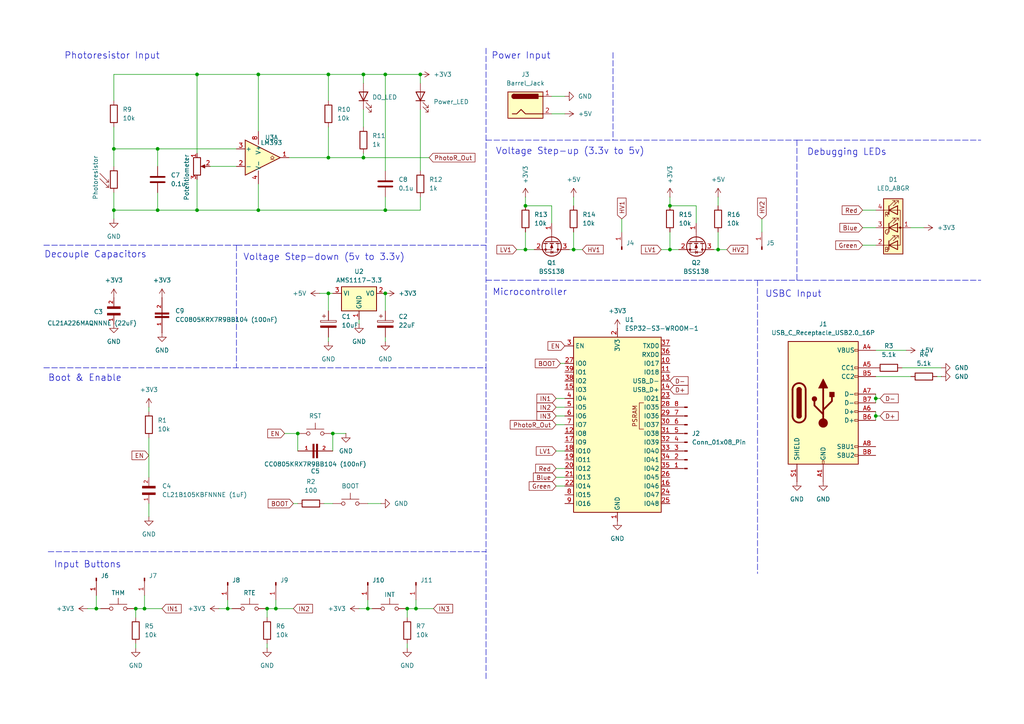
<source format=kicad_sch>
(kicad_sch (version 20250114) (generator "eeschema") (generator_version "9.0")
  (paper "A4")
  (title_block (title "Champaign Bus Tracker PCB") (date "2025-10-02") (rev "0") (company "University of Illinois Urbana-Champaign") (comment 1 "Amber Wilt") (comment 2 "Daniel Vlassov") (comment 3 "Ziad Aldohaim") (comment 4 "2025 Senior Design Project - PCB"))
  (lib_symbols
    (symbol "CC0805KRX7R9BB104:CC0805KRX7R9BB104" (pin_names (offset 1.016))
      (property "Reference" "C9" (at 1.2691 -3.81 90))
      (property "Value" "CC0805KRX7R9BB104" (at -1.2709 -3.81 90))
      (symbol "CC0805KRX7R9BB104_0_0"
        (pin passive line (at -5.08 0 0) (length 5.08) (name "~") (number "1"))
        (pin passive line (at 5.08 0 180) (length 5.08) (name "~") (number "2"))
      )
    )
    (symbol "CL21A226MAQNNNE:CL21A226MAQNNNE" (pin_names (offset 1.016))
      (property "Reference" "C" (at 0 3.8109 0))
      (property "Value" "CL21A226MAQNNNE" (at 0 -5.0885 0))
      (symbol "CL21A226MAQNNNE_0_0"
        (pin passive line (at -2.54 0 0) (length 2.54) (name "~") (number "1"))
        (pin passive line (at 5.08 0 180) (length 2.54) (name "~") (number "2"))
      )
    )
    (symbol "CL21B105KBFNNNE:CL21B105KBFNNNE" (pin_names (offset 1.016))
      (property "Reference" "C" (at 0 3.8109 0))
      (property "Value" "CL21B105KBFNNNE" (at 0 -5.0885 0))
      (symbol "CL21B105KBFNNNE_0_0"
        (pin passive line (at -2.54 0 0) (length 2.54) (name "~") (number "1"))
        (pin passive line (at 5.08 0 180) (length 2.54) (name "~") (number "2"))
      )
    )
    (symbol "Comparator:LM393" (pin_names (offset 0.127))
      (property "Reference" "U" (at 3.81 3.81 0))
      (property "Value" "LM393" (at 6.35 -3.81 0))
      (symbol "LM393_1_1"
        (pin input line (at -7.62 2.54 0) (length 2.54) (name "+") (number "3"))
        (pin input line (at -7.62 -2.54 0) (length 2.54) (name "-") (number "2"))
        (pin open_collector line (at 7.62 0 180) (length 2.54) (name "~") (number "1"))
      )
      (symbol "LM393_2_1"
        (pin input line (at -7.62 2.54 0) (length 2.54) (name "+") (number "5"))
        (pin input line (at -7.62 -2.54 0) (length 2.54) (name "-") (number "6"))
        (pin open_collector line (at 7.62 0 180) (length 2.54) (name "~") (number "7"))
      )
      (symbol "LM393_3_1"
        (pin power_in line (at -2.54 7.62 270) (length 3.81) (name "V+") (number "8"))
        (pin power_in line (at -2.54 -7.62 90) (length 3.81) (name "V-") (number "4"))
      )
    )
    (symbol "Connector:Barrel_Jack" (pin_names (offset 1.016))
      (property "Reference" "J" (at 0 5.334 0))
      (property "Value" "Barrel_Jack" (at 0 -5.08 0))
      (symbol "Barrel_Jack_1_1"
        (pin passive line (at 7.62 2.54 180) (length 2.54) (name "~") (number "1"))
        (pin passive line (at 7.62 -2.54 180) (length 2.54) (name "~") (number "2"))
      )
    )
    (symbol "Connector:Conn_01x01_Pin" (pin_names (offset 1.016) (hide yes))
      (property "Reference" "J" (at 0 2.54 0))
      (property "Value" "Conn_01x01_Pin" (at 0 -2.54 0))
      (symbol "Conn_01x01_Pin_1_1"
        (pin passive line (at 5.08 0 180) (length 3.81) (name "Pin_1") (number "1"))
      )
    )
    (symbol "Connector:Conn_01x08_Pin" (pin_names (offset 1.016) (hide yes))
      (property "Reference" "J" (at 0 10.16 0))
      (property "Value" "Conn_01x08_Pin" (at 0 -12.7 0))
      (symbol "Conn_01x08_Pin_1_1"
        (pin passive line (at 5.08 7.62 180) (length 3.81) (name "Pin_1") (number "1"))
        (pin passive line (at 5.08 5.08 180) (length 3.81) (name "Pin_2") (number "2"))
        (pin passive line (at 5.08 2.54 180) (length 3.81) (name "Pin_3") (number "3"))
        (pin passive line (at 5.08 0 180) (length 3.81) (name "Pin_4") (number "4"))
        (pin passive line (at 5.08 -2.54 180) (length 3.81) (name "Pin_5") (number "5"))
        (pin passive line (at 5.08 -5.08 180) (length 3.81) (name "Pin_6") (number "6"))
        (pin passive line (at 5.08 -7.62 180) (length 3.81) (name "Pin_7") (number "7"))
        (pin passive line (at 5.08 -10.16 180) (length 3.81) (name "Pin_8") (number "8"))
      )
    )
    (symbol "Connector:USB_C_Receptacle_USB2.0_16P" (pin_names (offset 1.016))
      (property "Reference" "J" (at 0 22.225 0))
      (property "Value" "USB_C_Receptacle_USB2.0_16P" (at 0 19.685 0))
      (symbol "USB_C_Receptacle_USB2.0_16P_1_1"
        (pin passive line (at -7.62 -22.86 90) (length 5.08) (name "SHIELD") (number "S1"))
        (pin passive line (at 0 -22.86 90) (length 5.08) (name "GND") (number "A1"))
        (pin passive line (at 0 -22.86 90) (length 5.08) (hide yes) (name "GND") (number "A12"))
        (pin passive line (at 0 -22.86 90) (length 5.08) (hide yes) (name "GND") (number "B1"))
        (pin passive line (at 0 -22.86 90) (length 5.08) (hide yes) (name "GND") (number "B12"))
        (pin passive line (at 15.24 15.24 180) (length 5.08) (name "VBUS") (number "A4"))
        (pin passive line (at 15.24 15.24 180) (length 5.08) (hide yes) (name "VBUS") (number "A9"))
        (pin passive line (at 15.24 15.24 180) (length 5.08) (hide yes) (name "VBUS") (number "B4"))
        (pin passive line (at 15.24 15.24 180) (length 5.08) (hide yes) (name "VBUS") (number "B9"))
        (pin bidirectional line (at 15.24 10.16 180) (length 5.08) (name "CC1") (number "A5"))
        (pin bidirectional line (at 15.24 7.62 180) (length 5.08) (name "CC2") (number "B5"))
        (pin bidirectional line (at 15.24 2.54 180) (length 5.08) (name "D-") (number "A7"))
        (pin bidirectional line (at 15.24 0 180) (length 5.08) (name "D-") (number "B7"))
        (pin bidirectional line (at 15.24 -2.54 180) (length 5.08) (name "D+") (number "A6"))
        (pin bidirectional line (at 15.24 -5.08 180) (length 5.08) (name "D+") (number "B6"))
        (pin bidirectional line (at 15.24 -12.7 180) (length 5.08) (name "SBU1") (number "A8"))
        (pin bidirectional line (at 15.24 -15.24 180) (length 5.08) (name "SBU2") (number "B8"))
      )
    )
    (symbol "Device:C" (pin_numbers (hide yes)) (pin_names (offset 0.254))
      (property "Reference" "C" (at 0.635 2.54 0))
      (property "Value" "C" (at 0.635 -2.54 0))
      (symbol "C_1_1"
        (pin passive line (at 0 3.81 270) (length 2.794) (name "~") (number "1"))
        (pin passive line (at 0 -3.81 90) (length 2.794) (name "~") (number "2"))
      )
    )
    (symbol "Device:C_Polarized" (pin_numbers (hide yes)) (pin_names (offset 0.254))
      (property "Reference" "C" (at 0.635 2.54 0))
      (property "Value" "C_Polarized" (at 0.635 -2.54 0))
      (symbol "C_Polarized_1_1"
        (pin passive line (at 0 3.81 270) (length 2.794) (name "~") (number "1"))
        (pin passive line (at 0 -3.81 90) (length 2.794) (name "~") (number "2"))
      )
    )
    (symbol "Device:LED" (pin_numbers (hide yes)) (pin_names (offset 1.016) (hide yes))
      (property "Reference" "D" (at 0 2.54 0))
      (property "Value" "LED" (at 0 -2.54 0))
      (symbol "LED_1_1"
        (pin passive line (at -3.81 0 0) (length 2.54) (name "K") (number "1"))
        (pin passive line (at 3.81 0 180) (length 2.54) (name "A") (number "2"))
      )
    )
    (symbol "Device:LED_ABGR" (pin_names (offset 0) (hide yes))
      (property "Reference" "D" (at 0 9.398 0))
      (property "Value" "LED_ABGR" (at 0 -8.89 0))
      (symbol "LED_ABGR_0_0"
        (text "R" (at -1.905 3.81 0) (effects (font (size 1.27 1.27))))
        (text "G" (at -1.905 -1.27 0) (effects (font (size 1.27 1.27))))
        (text "B" (at -1.905 -6.35 0) (effects (font (size 1.27 1.27))))
      )
      (symbol "LED_ABGR_1_1"
        (pin passive line (at -5.08 5.08 0) (length 2.54) (name "RK") (number "4"))
        (pin passive line (at -5.08 0 0) (length 2.54) (name "GK") (number "3"))
        (pin passive line (at -5.08 -5.08 0) (length 2.54) (name "BK") (number "2"))
        (pin passive line (at 5.08 0 180) (length 2.54) (name "A") (number "1"))
      )
    )
    (symbol "Device:R" (pin_numbers (hide yes)) (pin_names (offset 0))
      (property "Reference" "R" (at 2.032 0 90))
      (property "Value" "R" (at 0 0 90))
      (symbol "R_1_1"
        (pin passive line (at 0 3.81 270) (length 1.27) (name "~") (number "1"))
        (pin passive line (at 0 -3.81 90) (length 1.27) (name "~") (number "2"))
      )
    )
    (symbol "Device:R_Photo" (pin_numbers (hide yes)) (pin_names (offset 0))
      (property "Reference" "R" (at 1.27 1.27 0))
      (property "Value" "R_Photo" (at 1.27 0 0))
      (symbol "R_Photo_1_1"
        (pin passive line (at 0 3.81 270) (length 1.27) (name "~") (number "1"))
        (pin passive line (at 0 -3.81 90) (length 1.27) (name "~") (number "2"))
      )
    )
    (symbol "Device:R_Potentiometer" (pin_names (offset 1.016) (hide yes))
      (property "Reference" "RV" (at -4.445 0 90))
      (property "Value" "R_Potentiometer" (at -2.54 0 90))
      (symbol "R_Potentiometer_1_1"
        (pin passive line (at 0 3.81 270) (length 1.27) (name "1") (number "1"))
        (pin passive line (at 0 -3.81 90) (length 1.27) (name "3") (number "3"))
        (pin passive line (at 3.81 0 180) (length 1.27) (name "2") (number "2"))
      )
    )
    (symbol "RF_Module:ESP32-S3-WROOM-1"
      (property "Reference" "U" (at -12.7 26.67 0))
      (property "Value" "ESP32-S3-WROOM-1" (at 12.7 26.67 0))
      (symbol "ESP32-S3-WROOM-1_0_0"
        (text "PSRAM" (at 5.08 2.54 900) (effects (font (size 1.27 1.27))))
      )
      (symbol "ESP32-S3-WROOM-1_1_1"
        (pin input line (at -15.24 22.86 0) (length 2.54) (name "EN") (number "3"))
        (pin bidirectional line (at -15.24 17.78 0) (length 2.54) (name "IO0") (number "27"))
        (pin bidirectional line (at -15.24 15.24 0) (length 2.54) (name "IO1") (number "39"))
        (pin bidirectional line (at -15.24 12.7 0) (length 2.54) (name "IO2") (number "38"))
        (pin bidirectional line (at -15.24 10.16 0) (length 2.54) (name "IO3") (number "15"))
        (pin bidirectional line (at -15.24 7.62 0) (length 2.54) (name "IO4") (number "4"))
        (pin bidirectional line (at -15.24 5.08 0) (length 2.54) (name "IO5") (number "5"))
        (pin bidirectional line (at -15.24 2.54 0) (length 2.54) (name "IO6") (number "6"))
        (pin bidirectional line (at -15.24 0 0) (length 2.54) (name "IO7") (number "7"))
        (pin bidirectional line (at -15.24 -2.54 0) (length 2.54) (name "IO8") (number "12"))
        (pin bidirectional line (at -15.24 -5.08 0) (length 2.54) (name "IO9") (number "17"))
        (pin bidirectional line (at -15.24 -7.62 0) (length 2.54) (name "IO10") (number "18"))
        (pin bidirectional line (at -15.24 -10.16 0) (length 2.54) (name "IO11") (number "19"))
        (pin bidirectional line (at -15.24 -12.7 0) (length 2.54) (name "IO12") (number "20"))
        (pin bidirectional line (at -15.24 -15.24 0) (length 2.54) (name "IO13") (number "21"))
        (pin bidirectional line (at -15.24 -17.78 0) (length 2.54) (name "IO14") (number "22"))
        (pin bidirectional line (at -15.24 -20.32 0) (length 2.54) (name "IO15") (number "8"))
        (pin bidirectional line (at -15.24 -22.86 0) (length 2.54) (name "IO16") (number "9"))
        (pin power_in line (at 0 27.94 270) (length 2.54) (name "3V3") (number "2"))
        (pin power_in line (at 0 -27.94 90) (length 2.54) (name "GND") (number "1"))
        (pin passive line (at 0 -27.94 90) (length 2.54) (hide yes) (name "GND") (number "40"))
        (pin passive line (at 0 -27.94 90) (length 2.54) (hide yes) (name "GND") (number "41"))
        (pin bidirectional line (at 15.24 22.86 180) (length 2.54) (name "TXD0") (number "37"))
        (pin bidirectional line (at 15.24 20.32 180) (length 2.54) (name "RXD0") (number "36"))
        (pin bidirectional line (at 15.24 17.78 180) (length 2.54) (name "IO17") (number "10"))
        (pin bidirectional line (at 15.24 15.24 180) (length 2.54) (name "IO18") (number "11"))
        (pin bidirectional line (at 15.24 12.7 180) (length 2.54) (name "USB_D-") (number "13"))
        (pin bidirectional line (at 15.24 10.16 180) (length 2.54) (name "USB_D+") (number "14"))
        (pin bidirectional line (at 15.24 7.62 180) (length 2.54) (name "IO21") (number "23"))
        (pin bidirectional line (at 15.24 5.08 180) (length 2.54) (name "IO35") (number "28"))
        (pin bidirectional line (at 15.24 2.54 180) (length 2.54) (name "IO36") (number "29"))
        (pin bidirectional line (at 15.24 0 180) (length 2.54) (name "IO37") (number "30"))
        (pin bidirectional line (at 15.24 -2.54 180) (length 2.54) (name "IO38") (number "31"))
        (pin bidirectional line (at 15.24 -5.08 180) (length 2.54) (name "IO39") (number "32"))
        (pin bidirectional line (at 15.24 -7.62 180) (length 2.54) (name "IO40") (number "33"))
        (pin bidirectional line (at 15.24 -10.16 180) (length 2.54) (name "IO41") (number "34"))
        (pin bidirectional line (at 15.24 -12.7 180) (length 2.54) (name "IO42") (number "35"))
        (pin bidirectional line (at 15.24 -15.24 180) (length 2.54) (name "IO45") (number "26"))
        (pin bidirectional line (at 15.24 -17.78 180) (length 2.54) (name "IO46") (number "16"))
        (pin bidirectional line (at 15.24 -20.32 180) (length 2.54) (name "IO47") (number "24"))
        (pin bidirectional line (at 15.24 -22.86 180) (length 2.54) (name "IO48") (number "25"))
      )
    )
    (symbol "Regulator_Linear:AMS1117-3.3"
      (property "Reference" "U" (at -3.81 3.175 0))
      (property "Value" "AMS1117-3.3" (at 0 3.175 0))
      (symbol "AMS1117-3.3_1_1"
        (pin power_in line (at -7.62 0 0) (length 2.54) (name "VI") (number "3"))
        (pin power_in line (at 0 -7.62 90) (length 2.54) (name "GND") (number "1"))
        (pin power_out line (at 7.62 0 180) (length 2.54) (name "VO") (number "2"))
      )
    )
    (symbol "Switch:SW_Push" (pin_numbers (hide yes)) (pin_names (offset 1.016) (hide yes))
      (property "Reference" "SW" (at 1.27 2.54 0))
      (property "Value" "SW_Push" (at 0 -1.524 0))
      (symbol "SW_Push_0_1"
        (pin passive line (at -5.08 0 0) (length 2.54) (name "1") (number "1"))
        (pin passive line (at 5.08 0 180) (length 2.54) (name "2") (number "2"))
      )
    )
    (symbol "Transistor_FET:BSS138" (pin_names (offset 0) (hide yes))
      (property "Reference" "Q" (at 5.08 1.905 0))
      (property "Value" "BSS138" (at 5.08 0 0))
      (symbol "BSS138_1_1"
        (pin input line (at -5.08 0 0) (length 2.54) (name "G") (number "1"))
        (pin passive line (at 2.54 5.08 270) (length 2.54) (name "D") (number "3"))
        (pin passive line (at 2.54 -5.08 90) (length 2.54) (name "S") (number "2"))
      )
    )
    (symbol "power:+3V3" (power) (pin_numbers (hide yes)) (pin_names (offset 0) (hide yes))
      (property "Value" "+3V3" (at 0 3.556 0))
      (symbol "+3V3_1_1"
        (pin power_in line (at 0 0 90) (length 0) (name "~") (number "1"))
      )
    )
    (symbol "power:+5V" (power) (pin_numbers (hide yes)) (pin_names (offset 0) (hide yes))
      (property "Value" "+5V" (at 0 3.556 0))
      (symbol "+5V_1_1"
        (pin power_in line (at 0 0 90) (length 0) (name "~") (number "1"))
      )
    )
    (symbol "power:GND" (power) (pin_numbers (hide yes)) (pin_names (offset 0) (hide yes))
      (property "Value" "GND" (at 0 -3.81 0))
      (symbol "GND_1_1"
        (pin power_in line (at 0 0 270) (length 0) (name "~") (number "1"))
      )
    )
  )
  (text "Microcontroller\n" (at 153.67 84.836 0) (effects (font (size 1.905 1.905))))
  (text "Input Buttons\n" (at 25.4 163.83 0) (effects (font (size 1.905 1.905))))
  (text "Debugging LEDs\n" (at 245.618 44.196 0) (effects (font (size 1.905 1.905))))
  (text "Power Input\n" (at 151.13 16.256 0) (effects (font (size 1.905 1.905))))
  (text "Voltage Step-down (5v to 3.3v)\n" (at 93.98 74.676 0) (effects (font (size 1.905 1.905))))
  (text "Photoresistor Input\n" (at 32.512 16.256 0) (effects (font (size 1.905 1.905))))
  (text "USBC Input\n" (at 230.124 85.344 0) (effects (font (size 1.905 1.905))))
  (text "Decouple Capacitors\n" (at 27.686 73.914 0) (effects (font (size 1.905 1.905))))
  (text "Voltage Step-up (3.3v to 5v)\n" (at 165.354 43.942 0) (effects (font (size 1.905 1.905))))
  (text "Boot & Enable" (at 24.638 109.728 0) (effects (font (size 1.905 1.905))))
  (junction (at 74.93 60.96))
  (junction (at 95.25 85.09))
  (junction (at 95.25 21.59))
  (junction (at 120.65 176.53))
  (junction (at 77.47 176.53))
  (junction (at 41.91 176.53))
  (junction (at 254 120.65))
  (junction (at 111.76 21.59))
  (junction (at 57.15 21.59))
  (junction (at 74.93 21.59))
  (junction (at 121.92 21.59))
  (junction (at 86.36 125.73))
  (junction (at 194.31 72.39))
  (junction (at 152.4 72.39))
  (junction (at 33.02 60.96))
  (junction (at 166.37 72.39))
  (junction (at 45.72 60.96))
  (junction (at 111.76 85.09))
  (junction (at 95.25 45.72))
  (junction (at 118.11 176.53))
  (junction (at 208.28 72.39))
  (junction (at 105.41 45.72))
  (junction (at 106.68 176.53))
  (junction (at 45.72 43.18))
  (junction (at 152.4 59.69))
  (junction (at 33.02 43.18))
  (junction (at 57.15 60.96))
  (junction (at 39.37 176.53))
  (junction (at 105.41 21.59))
  (junction (at 66.04 176.53))
  (junction (at 254 115.57))
  (junction (at 96.52 125.73))
  (junction (at 194.31 59.69))
  (junction (at 80.01 176.53))
  (junction (at 111.76 60.96))
  (junction (at 27.94 176.53))
  (wire (pts (xy 121.92 24.13) (xy 121.92 21.59)))
  (wire (pts (xy 166.37 57.15) (xy 166.37 59.69)))
  (wire (pts (xy 80.01 176.53) (xy 85.09 176.53)))
  (wire (pts (xy 66.04 173.99) (xy 66.04 176.53)))
  (wire (pts (xy 254 109.22) (xy 264.16 109.22)))
  (wire (pts (xy 57.15 52.07) (xy 57.15 60.96)))
  (wire (pts (xy 27.94 172.72) (xy 27.94 176.53)))
  (polyline (pts (xy 140.97 196.85) (xy 140.97 160.02)) (stroke (width 0) (type dash)))
  (wire (pts (xy 39.37 176.53) (xy 39.37 179.07)))
  (wire (pts (xy 271.78 109.22) (xy 273.05 109.22)))
  (wire (pts (xy 208.28 57.15) (xy 208.28 59.69)))
  (wire (pts (xy 254 115.57) (xy 255.27 115.57)))
  (wire (pts (xy 77.47 176.53) (xy 80.01 176.53)))
  (wire (pts (xy 74.93 60.96) (xy 57.15 60.96)))
  (polyline (pts (xy 231.14 40.64) (xy 231.14 81.28)) (stroke (width 0) (type dash)))
  (wire (pts (xy 41.91 172.72) (xy 41.91 176.53)))
  (wire (pts (xy 45.72 43.18) (xy 68.58 43.18)))
  (wire (pts (xy 43.18 146.05) (xy 43.18 149.86)))
  (polyline (pts (xy 140.97 40.64) (xy 231.14 40.64)) (stroke (width 0) (type dash)))
  (wire (pts (xy 105.41 21.59) (xy 95.25 21.59)))
  (wire (pts (xy 33.02 43.18) (xy 45.72 43.18)))
  (wire (pts (xy 66.04 176.53) (xy 67.31 176.53)))
  (wire (pts (xy 33.02 60.96) (xy 33.02 63.5)))
  (wire (pts (xy 33.02 43.18) (xy 33.02 48.26)))
  (wire (pts (xy 95.25 45.72) (xy 105.41 45.72)))
  (wire (pts (xy 45.72 43.18) (xy 45.72 48.26)))
  (wire (pts (xy 106.68 173.99) (xy 106.68 176.53)))
  (wire (pts (xy 261.62 106.68) (xy 273.05 106.68)))
  (wire (pts (xy 104.14 176.53) (xy 106.68 176.53)))
  (wire (pts (xy 161.29 135.89) (xy 163.83 135.89)))
  (wire (pts (xy 162.56 105.41) (xy 163.83 105.41)))
  (wire (pts (xy 60.96 48.26) (xy 68.58 48.26)))
  (polyline (pts (xy 219.71 81.28) (xy 284.48 81.28)) (stroke (width 0) (type dash)))
  (wire (pts (xy 160.02 33.02) (xy 163.83 33.02)))
  (wire (pts (xy 254 119.38) (xy 254 120.65)))
  (wire (pts (xy 74.93 21.59) (xy 74.93 38.1)))
  (wire (pts (xy 254 120.65) (xy 254 121.92)))
  (wire (pts (xy 254 114.3) (xy 254 115.57)))
  (wire (pts (xy 254 101.6) (xy 262.89 101.6)))
  (wire (pts (xy 95.25 45.72) (xy 95.25 36.83)))
  (wire (pts (xy 82.55 125.73) (xy 86.36 125.73)))
  (wire (pts (xy 264.16 66.04) (xy 267.97 66.04)))
  (wire (pts (xy 33.02 21.59) (xy 57.15 21.59)))
  (wire (pts (xy 41.91 176.53) (xy 46.99 176.53)))
  (wire (pts (xy 96.52 125.73) (xy 100.33 125.73)))
  (wire (pts (xy 121.92 60.96) (xy 111.76 60.96)))
  (wire (pts (xy 161.29 140.97) (xy 163.83 140.97)))
  (wire (pts (xy 120.65 173.99) (xy 120.65 176.53)))
  (wire (pts (xy 180.34 63.5) (xy 180.34 67.31)))
  (wire (pts (xy 194.31 67.31) (xy 194.31 72.39)))
  (wire (pts (xy 201.93 64.77) (xy 201.93 59.69)))
  (wire (pts (xy 250.19 66.04) (xy 254 66.04)))
  (polyline (pts (xy 140.97 81.28) (xy 219.71 81.28)) (stroke (width 0) (type dash)))
  (wire (pts (xy 254 115.57) (xy 254 116.84)))
  (wire (pts (xy 57.15 21.59) (xy 74.93 21.59)))
  (wire (pts (xy 160.02 64.77) (xy 160.02 59.69)))
  (polyline (pts (xy 12.7 106.68) (xy 140.97 106.68)) (stroke (width 0) (type dash)))
  (wire (pts (xy 92.71 85.09) (xy 95.25 85.09)))
  (wire (pts (xy 152.4 72.39) (xy 154.94 72.39)))
  (wire (pts (xy 250.19 60.96) (xy 254 60.96)))
  (wire (pts (xy 118.11 176.53) (xy 120.65 176.53)))
  (wire (pts (xy 57.15 21.59) (xy 57.15 44.45)))
  (wire (pts (xy 105.41 24.13) (xy 105.41 21.59)))
  (polyline (pts (xy 140.97 106.68) (xy 140.97 160.02)) (stroke (width 0) (type dash)))
  (wire (pts (xy 220.98 63.5) (xy 220.98 67.31)))
  (wire (pts (xy 77.47 176.53) (xy 77.47 179.07)))
  (wire (pts (xy 152.4 57.15) (xy 152.4 59.69)))
  (polyline (pts (xy 12.7 71.12) (xy 68.58 71.12)) (stroke (width 0) (type dash)))
  (polyline (pts (xy 140.97 71.12) (xy 140.97 106.68)) (stroke (width 0) (type dash)))
  (wire (pts (xy 201.93 59.69) (xy 194.31 59.69)))
  (wire (pts (xy 161.29 115.57) (xy 163.83 115.57)))
  (polyline (pts (xy 68.58 71.12) (xy 68.58 106.68)) (stroke (width 0) (type dash)))
  (wire (pts (xy 39.37 176.53) (xy 41.91 176.53)))
  (wire (pts (xy 166.37 67.31) (xy 166.37 72.39)))
  (wire (pts (xy 85.09 146.05) (xy 86.36 146.05)))
  (wire (pts (xy 33.02 36.83) (xy 33.02 43.18)))
  (wire (pts (xy 161.29 130.81) (xy 163.83 130.81)))
  (wire (pts (xy 95.25 85.09) (xy 95.25 90.17)))
  (wire (pts (xy 161.29 123.19) (xy 163.83 123.19)))
  (wire (pts (xy 161.29 138.43) (xy 163.83 138.43)))
  (wire (pts (xy 208.28 72.39) (xy 207.01 72.39)))
  (wire (pts (xy 166.37 72.39) (xy 165.1 72.39)))
  (wire (pts (xy 111.76 21.59) (xy 111.76 49.53)))
  (wire (pts (xy 80.01 173.99) (xy 80.01 176.53)))
  (wire (pts (xy 194.31 72.39) (xy 196.85 72.39)))
  (wire (pts (xy 45.72 60.96) (xy 33.02 60.96)))
  (polyline (pts (xy 177.8 15.24) (xy 177.8 40.64)) (stroke (width 0) (type dash)))
  (wire (pts (xy 95.25 97.79) (xy 95.25 99.06)))
  (wire (pts (xy 120.65 176.53) (xy 125.73 176.53)))
  (wire (pts (xy 86.36 125.73) (xy 86.36 130.81)))
  (wire (pts (xy 111.76 21.59) (xy 105.41 21.59)))
  (wire (pts (xy 152.4 67.31) (xy 152.4 72.39)))
  (wire (pts (xy 43.18 127) (xy 43.18 138.43)))
  (wire (pts (xy 111.76 90.17) (xy 111.76 85.09)))
  (wire (pts (xy 121.92 57.15) (xy 121.92 60.96)))
  (wire (pts (xy 161.29 120.65) (xy 163.83 120.65)))
  (wire (pts (xy 27.94 176.53) (xy 29.21 176.53)))
  (wire (pts (xy 104.14 92.71) (xy 104.14 93.98)))
  (wire (pts (xy 121.92 21.59) (xy 111.76 21.59)))
  (polyline (pts (xy 231.14 40.64) (xy 284.48 40.64)) (stroke (width 0) (type dash)))
  (wire (pts (xy 43.18 118.11) (xy 43.18 119.38)))
  (wire (pts (xy 254 120.65) (xy 255.27 120.65)))
  (wire (pts (xy 194.31 57.15) (xy 194.31 59.69)))
  (wire (pts (xy 45.72 55.88) (xy 45.72 60.96)))
  (wire (pts (xy 111.76 57.15) (xy 111.76 60.96)))
  (wire (pts (xy 208.28 67.31) (xy 208.28 72.39)))
  (wire (pts (xy 106.68 176.53) (xy 107.95 176.53)))
  (wire (pts (xy 121.92 31.75) (xy 121.92 49.53)))
  (wire (pts (xy 191.77 72.39) (xy 194.31 72.39)))
  (polyline (pts (xy 140.97 13.97) (xy 140.97 71.12)) (stroke (width 0) (type dash)))
  (wire (pts (xy 105.41 44.45) (xy 105.41 45.72)))
  (wire (pts (xy 161.29 118.11) (xy 163.83 118.11)))
  (wire (pts (xy 166.37 72.39) (xy 168.91 72.39)))
  (wire (pts (xy 160.02 59.69) (xy 152.4 59.69)))
  (polyline (pts (xy 219.71 81.28) (xy 219.71 166.37)) (stroke (width 0) (type dash)))
  (wire (pts (xy 208.28 72.39) (xy 210.82 72.39)))
  (wire (pts (xy 105.41 31.75) (xy 105.41 36.83)))
  (wire (pts (xy 105.41 45.72) (xy 124.46 45.72)))
  (wire (pts (xy 74.93 21.59) (xy 95.25 21.59)))
  (wire (pts (xy 57.15 60.96) (xy 45.72 60.96)))
  (wire (pts (xy 33.02 55.88) (xy 33.02 60.96)))
  (wire (pts (xy 250.19 71.12) (xy 254 71.12)))
  (wire (pts (xy 96.52 125.73) (xy 96.52 130.81)))
  (polyline (pts (xy 68.58 71.12) (xy 140.97 71.12)) (stroke (width 0) (type dash)))
  (wire (pts (xy 39.37 186.69) (xy 39.37 187.96)))
  (wire (pts (xy 74.93 53.34) (xy 74.93 60.96)))
  (wire (pts (xy 77.47 186.69) (xy 77.47 187.96)))
  (wire (pts (xy 33.02 29.21) (xy 33.02 21.59)))
  (wire (pts (xy 149.86 72.39) (xy 152.4 72.39)))
  (polyline (pts (xy 13.97 160.02) (xy 140.97 160.02)) (stroke (width 0) (type dash)))
  (wire (pts (xy 118.11 186.69) (xy 118.11 187.96)))
  (wire (pts (xy 118.11 176.53) (xy 118.11 179.07)))
  (wire (pts (xy 106.68 146.05) (xy 110.49 146.05)))
  (wire (pts (xy 95.25 85.09) (xy 96.52 85.09)))
  (wire (pts (xy 111.76 97.79) (xy 111.76 99.06)))
  (wire (pts (xy 25.4 176.53) (xy 27.94 176.53)))
  (wire (pts (xy 95.25 21.59) (xy 95.25 29.21)))
  (wire (pts (xy 111.76 60.96) (xy 74.93 60.96)))
  (wire (pts (xy 93.98 146.05) (xy 96.52 146.05)))
  (wire (pts (xy 63.5 176.53) (xy 66.04 176.53)))
  (wire (pts (xy 83.82 45.72) (xy 95.25 45.72)))
  (wire (pts (xy 160.02 27.94) (xy 163.83 27.94)))
  (global_label "EN" (shape input) (at 163.83 100.33 180) (property "Intersheetrefs" "${INTERSHEET_REFS}" (effects (hide yes))))
  (global_label "IN1" (shape input) (at 161.29 115.57 180) (property "Intersheetrefs" "${INTERSHEET_REFS}" (effects (hide yes))))
  (global_label "BOOT" (shape input) (at 85.09 146.05 180) (property "Intersheetrefs" "${INTERSHEET_REFS}" (effects (hide yes))))
  (global_label "LV1" (shape input) (at 161.29 130.81 180) (property "Intersheetrefs" "${INTERSHEET_REFS}" (effects (hide yes))))
  (global_label "D+" (shape input) (at 255.27 120.65 0) (property "Intersheetrefs" "${INTERSHEET_REFS}" (effects (hide yes))))
  (global_label "D-" (shape input) (at 255.27 115.57 0) (property "Intersheetrefs" "${INTERSHEET_REFS}" (effects (hide yes))))
  (global_label "Blue" (shape input) (at 250.19 66.04 180) (property "Intersheetrefs" "${INTERSHEET_REFS}" (effects (hide yes))))
  (global_label "PhotoR_Out" (shape input) (at 161.29 123.19 180) (property "Intersheetrefs" "${INTERSHEET_REFS}" (effects (hide yes))))
  (global_label "IN2" (shape input) (at 85.09 176.53 0) (property "Intersheetrefs" "${INTERSHEET_REFS}" (effects (hide yes))))
  (global_label "D-" (shape input) (at 194.31 110.49 0) (property "Intersheetrefs" "${INTERSHEET_REFS}" (effects (hide yes))))
  (global_label "HV2" (shape input) (at 220.98 63.5 90) (property "Intersheetrefs" "${INTERSHEET_REFS}" (effects (hide yes))))
  (global_label "PhotoR_Out" (shape input) (at 124.46 45.72 0) (property "Intersheetrefs" "${INTERSHEET_REFS}" (effects (hide yes))))
  (global_label "HV1" (shape input) (at 180.34 63.5 90) (property "Intersheetrefs" "${INTERSHEET_REFS}" (effects (hide yes))))
  (global_label "Red" (shape input) (at 161.29 135.89 180) (property "Intersheetrefs" "${INTERSHEET_REFS}" (effects (hide yes))))
  (global_label "D+" (shape input) (at 194.31 113.03 0) (property "Intersheetrefs" "${INTERSHEET_REFS}" (effects (hide yes))))
  (global_label "EN" (shape input) (at 82.55 125.73 180) (property "Intersheetrefs" "${INTERSHEET_REFS}" (effects (hide yes))))
  (global_label "Green" (shape input) (at 161.29 140.97 180) (property "Intersheetrefs" "${INTERSHEET_REFS}" (effects (hide yes))))
  (global_label "Green" (shape input) (at 250.19 71.12 180) (property "Intersheetrefs" "${INTERSHEET_REFS}" (effects (hide yes))))
  (global_label "LV1" (shape input) (at 149.86 72.39 180) (property "Intersheetrefs" "${INTERSHEET_REFS}" (effects (hide yes))))
  (global_label "HV2" (shape input) (at 210.82 72.39 0) (property "Intersheetrefs" "${INTERSHEET_REFS}" (effects (hide yes))))
  (global_label "IN2" (shape input) (at 161.29 118.11 180) (property "Intersheetrefs" "${INTERSHEET_REFS}" (effects (hide yes))))
  (global_label "Red" (shape input) (at 250.19 60.96 180) (property "Intersheetrefs" "${INTERSHEET_REFS}" (effects (hide yes))))
  (global_label "Blue" (shape input) (at 161.29 138.43 180) (property "Intersheetrefs" "${INTERSHEET_REFS}" (effects (hide yes))))
  (global_label "IN3" (shape input) (at 125.73 176.53 0) (property "Intersheetrefs" "${INTERSHEET_REFS}" (effects (hide yes))))
  (global_label "IN3" (shape input) (at 161.29 120.65 180) (property "Intersheetrefs" "${INTERSHEET_REFS}" (effects (hide yes))))
  (global_label "HV1" (shape input) (at 168.91 72.39 0) (property "Intersheetrefs" "${INTERSHEET_REFS}" (effects (hide yes))))
  (global_label "IN1" (shape input) (at 46.99 176.53 0) (property "Intersheetrefs" "${INTERSHEET_REFS}" (effects (hide yes))))
  (global_label "BOOT" (shape input) (at 162.56 105.41 180) (property "Intersheetrefs" "${INTERSHEET_REFS}" (effects (hide yes))))
  (global_label "EN" (shape input) (at 43.18 132.08 180) (property "Intersheetrefs" "${INTERSHEET_REFS}" (effects (hide yes))))
  (global_label "LV1" (shape input) (at 191.77 72.39 180) (property "Intersheetrefs" "${INTERSHEET_REFS}" (effects (hide yes))))
  (symbol (lib_id "Device:C_Polarized") (at 111.76 93.98 0) (unit 1)
    (property "Reference" "C2" (at 115.57 91.8209 0) (effects (justify left)))
    (property "Value" "22uF" (at 115.57 94.3609 0) (effects (justify left)))
    (property "Description" "Polarized capacitor" (effects (hide yes)))
  )
  (symbol (lib_id "Device:R_Photo") (at 33.02 52.07 0) (unit 1)
    (property "Reference" "R8" (effects (hide yes)))
    (property "Value" "Photoresistor" (at 27.686 57.912 90) (effects (justify left)))
    (property "Description" "Photoresistor" (effects (hide yes)))
  )
  (symbol (lib_id "Switch:SW_Push") (at 101.6 146.05 0) (unit 1)
    (property "Reference" "BOOT" (at 101.6 140.97 0))
    (property "Value" "SW_Push" (effects (hide yes)))
    (property "Footprint" "Button_Switch_THT:SW_PUSH_6mm" (effects (hide yes)))
    (property "Description" "Push button switch, generic, two pins" (effects (hide yes)))
  )
  (symbol (lib_id "power:GND") (at 238.76 139.7 0) (unit 1)
    (property "Reference" "#PWR018" (effects (hide yes)))
    (property "Value" "GND" (at 238.76 144.78 0))
    (property "Description" "Power symbol creates a global label with name \"GND\" , ground" (effects (hide yes)))
  )
  (symbol (lib_id "Device:R") (at 39.37 182.88 0) (unit 1)
    (property "Reference" "R5" (at 41.91 181.6099 0) (effects (justify left)))
    (property "Value" "10k" (at 41.91 184.1499 0) (effects (justify left)))
    (property "Footprint" "Resistor_SMD:R_0805_2012Metric" (effects (hide yes)))
    (property "Description" "Resistor" (effects (hide yes)))
  )
  (symbol (lib_id "Device:LED") (at 121.92 27.94 90) (unit 1)
    (property "Reference" "Power_LED" (at 125.73 29.5274 90) (effects (justify right)))
    (property "Value" "LED" (effects (hide yes)))
    (property "Description" "Light emitting diode" (effects (hide yes)))
    (property "Sim.Pins" "1=K 2=A" (effects (hide yes)))
  )
  (symbol (lib_id "Connector:Conn_01x01_Pin") (at 27.94 167.64 270) (unit 1)
    (property "Reference" "J6" (at 29.21 167.0049 90) (effects (justify left)))
    (property "Value" "Conn_01x01_Pin" (effects (hide yes)))
    (property "Description" "Generic connector, single row, 01x01, script generated" (effects (hide yes)))
  )
  (symbol (lib_id "Connector:Barrel_Jack") (at 152.4 30.48 0) (unit 1)
    (property "Reference" "J3" (at 152.4 21.59 0))
    (property "Value" "Barrel_Jack" (at 152.4 24.13 0))
    (property "Description" "DC Barrel Jack" (effects (hide yes)))
  )
  (symbol (lib_id "Device:C") (at 45.72 52.07 0) (unit 1)
    (property "Reference" "C7" (at 49.53 50.7999 0) (effects (justify left)))
    (property "Value" "0.1u" (at 49.53 53.3399 0) (effects (justify left)))
    (property "Description" "Unpolarized capacitor" (effects (hide yes)))
  )
  (symbol (lib_id "power:+5V") (at 92.71 85.09 90) (unit 1)
    (property "Reference" "#PWR04" (effects (hide yes)))
    (property "Value" "+5V" (at 88.9 85.0899 90) (effects (justify left)))
    (property "Description" "Power symbol creates a global label with name \"+5V\"" (effects (hide yes)))
  )
  (symbol (lib_id "power:GND") (at 111.76 99.06 0) (unit 1)
    (property "Reference" "#PWR07" (effects (hide yes)))
    (property "Value" "GND" (at 111.76 104.14 0))
    (property "Description" "Power symbol creates a global label with name \"GND\" , ground" (effects (hide yes)))
  )
  (symbol (lib_id "CL21A226MAQNNNE:CL21A226MAQNNNE") (at 33.02 91.44 90) (unit 1)
    (property "Reference" "C3" (at 27.178 90.424 90) (effects (justify right)))
    (property "Value" "CL21A226MAQNNNE (22uF)" (at 13.716 93.726 90) (effects (justify right)))
    (property "Footprint" "CL21A226MAQNNNE:CAPC2012X140N" (effects (hide yes)))
    (property "L1_min" "0.2" (effects (hide yes)))
    (property "Check_prices" "https://www.snapeda.com/parts/CL21A226MAQNNNE/Samsung/view-part/?ref=eda" (effects (hide yes)))
    (property "Package" "SMD-2 Samsung" (effects (hide yes)))
    (property "SnapEDA_Link" "https://www.snapeda.com/parts/CL21A226MAQNNNE/Samsung/view-part/?ref=snap" (effects (hide yes)))
    (property "STANDARD" "IPC 7351B" (effects (hide yes)))
    (property "E_min" "1.1" (effects (hide yes)))
    (property "MF" "Samsung" (effects (hide yes)))
    (property "D_min" "1.85" (effects (hide yes)))
    (property "D_nom" "2.0" (effects (hide yes)))
    (property "L_min" "0.2" (effects (hide yes)))
    (property "E_max" "1.4" (effects (hide yes)))
    (property "L_max" "0.7" (effects (hide yes)))
    (property "A_max" "1.4" (effects (hide yes)))
    (property "L1_nom" "0.5" (effects (hide yes)))
    (property "Description_1" "22 µF ±20% 25V Ceramic Capacitor X5R 0805 (2012 Metric)" (effects (hide yes)))
    (property "D_max" "2.15" (effects (hide yes)))
    (property "A_nom" "1.4" (effects (hide yes)))
    (property "L1_max" "0.7" (effects (hide yes)))
    (property "A_min" "1.4" (effects (hide yes)))
    (property "Availability" "In Stock" (effects (hide yes)))
    (property "MP" "CL21A226MAQNNNE" (effects (hide yes)))
    (property "E_nom" "1.25" (effects (hide yes)))
    (property "MANUFACTURER" "Samsung" (effects (hide yes)))
    (property "Price" "None" (effects (hide yes)))
    (property "L_nom" "0.5" (effects (hide yes)))
  )
  (symbol (lib_id "Device:R") (at 121.92 53.34 0) (unit 1)
    (property "Reference" "R12" (at 124.46 52.0699 0) (effects (justify left)))
    (property "Value" "1k" (at 124.46 54.6099 0) (effects (justify left)))
    (property "Footprint" "Resistor_SMD:R_0805_2012Metric" (effects (hide yes)))
    (property "Description" "Resistor" (effects (hide yes)))
  )
  (symbol (lib_id "power:+5V") (at 262.89 101.6 270) (unit 1)
    (property "Reference" "#PWR020" (effects (hide yes)))
    (property "Value" "+5V" (at 266.7 101.5999 90) (effects (justify left)))
    (property "Description" "Power symbol creates a global label with name \"+5V\"" (effects (hide yes)))
  )
  (symbol (lib_id "power:GND") (at 46.99 96.52 0) (unit 1)
    (property "Reference" "#PWR011" (effects (hide yes)))
    (property "Value" "GND" (at 46.99 101.6 0))
    (property "Description" "Power symbol creates a global label with name \"GND\" , ground" (effects (hide yes)))
  )
  (symbol (lib_id "power:+5V") (at 166.37 57.15 0) (unit 1)
    (property "Reference" "#PWR032" (effects (hide yes)))
    (property "Value" "+5V" (at 166.37 52.07 0))
    (property "Description" "Power symbol creates a global label with name \"+5V\"" (effects (hide yes)))
  )
  (symbol (lib_id "Device:R") (at 77.47 182.88 0) (unit 1)
    (property "Reference" "R6" (at 80.01 181.6099 0) (effects (justify left)))
    (property "Value" "10k" (at 80.01 184.1499 0) (effects (justify left)))
    (property "Footprint" "Resistor_SMD:R_0805_2012Metric" (effects (hide yes)))
    (property "Description" "Resistor" (effects (hide yes)))
  )
  (symbol (lib_id "Comparator:LM393") (at 77.47 45.72 0) (unit 3)
    (property "Reference" "U3" (effects (hide yes)))
    (property "Value" "LM393" (effects (hide yes)))
    (property "Datasheet" "http://www.ti.com/lit/ds/symlink/lm393.pdf" (effects (hide yes)))
    (property "Description" "Low-Power, Low-Offset Voltage, Dual Comparators, DIP-8/SOIC-8/TO-99-8" (effects (hide yes)))
  )
  (symbol (lib_id "Connector:Conn_01x01_Pin") (at 220.98 72.39 90) (unit 1)
    (property "Reference" "J5" (at 222.25 70.4849 90) (effects (justify right)))
    (property "Value" "Conn_01x01_Pin" (effects (hide yes)))
    (property "Description" "Generic connector, single row, 01x01, script generated" (effects (hide yes)))
  )
  (symbol (lib_id "Device:R") (at 152.4 63.5 0) (unit 1)
    (property "Reference" "R13" (at 154.94 62.2299 0) (effects (justify left)))
    (property "Value" "10k" (at 154.94 64.7699 0) (effects (justify left)))
    (property "Footprint" "Resistor_SMD:R_0805_2012Metric" (effects (hide yes)))
    (property "Description" "Resistor" (effects (hide yes)))
  )
  (symbol (lib_id "Device:C_Polarized") (at 95.25 93.98 0) (unit 1)
    (property "Reference" "C1" (at 99.06 91.8209 0) (effects (justify left)))
    (property "Value" "10uF" (at 99.06 94.3609 0) (effects (justify left)))
    (property "Description" "Polarized capacitor" (effects (hide yes)))
  )
  (symbol (lib_id "Connector:Conn_01x01_Pin") (at 66.04 168.91 270) (unit 1)
    (property "Reference" "J8" (at 67.31 168.2749 90) (effects (justify left)))
    (property "Value" "Conn_01x01_Pin" (effects (hide yes)))
    (property "Description" "Generic connector, single row, 01x01, script generated" (effects (hide yes)))
  )
  (symbol (lib_id "RF_Module:ESP32-S3-WROOM-1") (at 179.07 123.19 0) (unit 1)
    (property "Reference" "U1" (at 181.2133 92.71 0) (effects (justify left)))
    (property "Value" "ESP32-S3-WROOM-1" (at 181.2133 95.25 0) (effects (justify left)))
    (property "Footprint" "RF_Module:ESP32-S3-WROOM-1" (effects (hide yes)))
    (property "Datasheet" "https://www.espressif.com/sites/default/files/documentation/esp32-s3-wroom-1_wroom-1u_datasheet_en.pdf" (effects (hide yes)))
    (property "Description" "RF Module, ESP32-S3 SoC, Wi-Fi 802.11b/g/n, Bluetooth, BLE, 32-bit, 3.3V, onboard antenna, SMD" (effects (hide yes)))
  )
  (symbol (lib_id "Switch:SW_Push") (at 113.03 176.53 0) (unit 1)
    (property "Reference" "INT" (at 113.03 172.466 0))
    (property "Value" "SW_Push" (effects (hide yes)))
    (property "Footprint" "Button_Switch_THT:SW_PUSH_6mm" (effects (hide yes)))
    (property "Description" "Push button switch, generic, two pins" (effects (hide yes)))
  )
  (symbol (lib_id "power:GND") (at 231.14 139.7 0) (unit 1)
    (property "Reference" "#PWR019" (effects (hide yes)))
    (property "Value" "GND" (at 231.14 144.78 0))
    (property "Description" "Power symbol creates a global label with name \"GND\" , ground" (effects (hide yes)))
  )
  (symbol (lib_id "Device:R") (at 95.25 33.02 0) (unit 1)
    (property "Reference" "R10" (at 97.79 31.7499 0) (effects (justify left)))
    (property "Value" "10k" (at 97.79 34.2899 0) (effects (justify left)))
    (property "Footprint" "Resistor_SMD:R_0805_2012Metric" (effects (hide yes)))
    (property "Description" "Resistor" (effects (hide yes)))
  )
  (symbol (lib_id "power:+5V") (at 163.83 33.02 270) (unit 1)
    (property "Reference" "#PWR029" (effects (hide yes)))
    (property "Value" "+5V" (at 167.64 33.0199 90) (effects (justify left)))
    (property "Description" "Power symbol creates a global label with name \"+5V\"" (effects (hide yes)))
  )
  (symbol (lib_id "Device:R") (at 118.11 182.88 0) (unit 1)
    (property "Reference" "R7" (at 120.65 181.6099 0) (effects (justify left)))
    (property "Value" "10k" (at 120.65 184.1499 0) (effects (justify left)))
    (property "Footprint" "Resistor_SMD:R_0805_2012Metric" (effects (hide yes)))
    (property "Description" "Resistor" (effects (hide yes)))
  )
  (symbol (lib_id "Switch:SW_Push") (at 72.39 176.53 0) (unit 1)
    (property "Reference" "RTE" (at 72.39 171.958 0))
    (property "Value" "SW_Push" (effects (hide yes)))
    (property "Footprint" "Button_Switch_THT:SW_PUSH_6mm" (effects (hide yes)))
    (property "Description" "Push button switch, generic, two pins" (effects (hide yes)))
  )
  (symbol (lib_id "Device:LED") (at 105.41 27.94 90) (unit 1)
    (property "Reference" "DO_LED" (at 107.95 28.194 90) (effects (justify right)))
    (property "Value" "LED" (effects (hide yes)))
    (property "Description" "Light emitting diode" (effects (hide yes)))
    (property "Sim.Pins" "1=K 2=A" (effects (hide yes)))
  )
  (symbol (lib_id "power:GND") (at 33.02 63.5 0) (unit 1)
    (property "Reference" "#PWR027" (effects (hide yes)))
    (property "Value" "GND" (at 33.02 68.58 0))
    (property "Description" "Power symbol creates a global label with name \"GND\" , ground" (effects (hide yes)))
  )
  (symbol (lib_id "power:+3V3") (at 111.76 85.09 270) (unit 1)
    (property "Reference" "#PWR03" (effects (hide yes)))
    (property "Value" "+3V3" (at 115.57 85.0899 90) (effects (justify left)))
    (property "Description" "Power symbol creates a global label with name \"+3V3\"" (effects (hide yes)))
  )
  (symbol (lib_id "power:+3V3") (at 63.5 176.53 90) (unit 1)
    (property "Reference" "#PWR023" (effects (hide yes)))
    (property "Value" "+3V3" (at 59.69 176.5299 90) (effects (justify left)))
    (property "Description" "Power symbol creates a global label with name \"+3V3\"" (effects (hide yes)))
  )
  (symbol (lib_id "Device:R") (at 194.31 63.5 0) (unit 1)
    (property "Reference" "R15" (at 196.85 62.2299 0) (effects (justify left)))
    (property "Value" "10k" (at 196.85 64.7699 0) (effects (justify left)))
    (property "Footprint" "Resistor_SMD:R_0805_2012Metric" (effects (hide yes)))
    (property "Description" "Resistor" (effects (hide yes)))
  )
  (symbol (lib_id "power:GND") (at 118.11 187.96 0) (unit 1)
    (property "Reference" "#PWR026" (effects (hide yes)))
    (property "Value" "GND" (at 118.11 193.04 0))
    (property "Description" "Power symbol creates a global label with name \"GND\" , ground" (effects (hide yes)))
  )
  (symbol (lib_id "power:+3V3") (at 43.18 118.11 0) (unit 1)
    (property "Reference" "#PWR012" (effects (hide yes)))
    (property "Value" "+3V3" (at 43.18 113.03 0))
    (property "Description" "Power symbol creates a global label with name \"+3V3\"" (effects (hide yes)))
  )
  (symbol (lib_id "CC0805KRX7R9BB104:CC0805KRX7R9BB104") (at 91.44 130.81 0) (unit 1)
    (property "Reference" "C5" (at 91.44 136.652 0))
    (property "Value" "CC0805KRX7R9BB104 (100nF)" (at 91.44 134.62 0))
    (property "Footprint" "CC0805KRX7R9BB104:CAPC2012X70" (effects (hide yes)))
    (property "MF" "Yageo" (effects (hide yes)))
    (property "Description_1" "0.1 µF ±10% 50V Ceramic Capacitor X7R 0805 (2012 Metric)" (effects (hide yes)))
    (property "Package" "0805 Yageo" (effects (hide yes)))
    (property "Price" "None" (effects (hide yes)))
    (property "Check_prices" "https://www.snapeda.com/parts/CC0805KRX7R9BB104/Yageo/view-part/?ref=eda" (effects (hide yes)))
    (property "SnapEDA_Link" "https://www.snapeda.com/parts/CC0805KRX7R9BB104/Yageo/view-part/?ref=snap" (effects (hide yes)))
    (property "MP" "CC0805KRX7R9BB104" (effects (hide yes)))
    (property "Availability" "In Stock" (effects (hide yes)))
    (property "MANUFACTURER" "YAGEO" (effects (hide yes)))
  )
  (symbol (lib_id "Device:R") (at 267.97 109.22 90) (unit 1)
    (property "Reference" "R4" (at 267.97 102.87 90))
    (property "Value" "5.1k" (at 267.97 105.41 90))
    (property "Footprint" "Resistor_SMD:R_0805_2012Metric" (effects (hide yes)))
    (property "Description" "Resistor" (effects (hide yes)))
  )
  (symbol (lib_id "Device:C") (at 111.76 53.34 0) (unit 1)
    (property "Reference" "C8" (at 115.57 52.0699 0) (effects (justify left)))
    (property "Value" "0.1u" (at 115.57 54.6099 0) (effects (justify left)))
    (property "Description" "Unpolarized capacitor" (effects (hide yes)))
  )
  (symbol (lib_id "Comparator:LM393") (at 76.2 45.72 0) (unit 1)
    (property "Reference" "U3" (at 78.74 39.878 0))
    (property "Value" "LM393" (at 78.74 41.402 0))
    (property "Datasheet" "http://www.ti.com/lit/ds/symlink/lm393.pdf" (effects (hide yes)))
    (property "Description" "Low-Power, Low-Offset Voltage, Dual Comparators, DIP-8/SOIC-8/TO-99-8" (effects (hide yes)))
  )
  (symbol (lib_id "Connector:Conn_01x01_Pin") (at 80.01 168.91 270) (unit 1)
    (property "Reference" "J9" (at 81.28 168.2749 90) (effects (justify left)))
    (property "Value" "Conn_01x01_Pin" (effects (hide yes)))
    (property "Description" "Generic connector, single row, 01x01, script generated" (effects (hide yes)))
  )
  (symbol (lib_id "power:GND") (at 273.05 106.68 90) (unit 1)
    (property "Reference" "#PWR016" (effects (hide yes)))
    (property "Value" "GND" (at 276.86 106.6799 90) (effects (justify right)))
    (property "Description" "Power symbol creates a global label with name \"GND\" , ground" (effects (hide yes)))
  )
  (symbol (lib_id "Regulator_Linear:AMS1117-3.3") (at 104.14 85.09 0) (unit 1)
    (property "Reference" "U2" (at 104.14 78.74 0))
    (property "Value" "AMS1117-3.3" (at 104.14 81.28 0))
    (property "Footprint" "Package_TO_SOT_SMD:SOT-223-3_TabPin2" (effects (hide yes)))
    (property "Datasheet" "http://www.advanced-monolithic.com/pdf/ds1117.pdf" (effects (hide yes)))
    (property "Description" "1A Low Dropout regulator, positive, 3.3V fixed output, SOT-223" (effects (hide yes)))
  )
  (symbol (lib_id "Device:R") (at 166.37 63.5 0) (unit 1)
    (property "Reference" "R14" (at 168.91 62.2299 0) (effects (justify left)))
    (property "Value" "10k" (at 168.91 64.7699 0) (effects (justify left)))
    (property "Footprint" "Resistor_SMD:R_0805_2012Metric" (effects (hide yes)))
    (property "Description" "Resistor" (effects (hide yes)))
  )
  (symbol (lib_id "power:+5V") (at 208.28 57.15 0) (unit 1)
    (property "Reference" "#PWR034" (effects (hide yes)))
    (property "Value" "+5V" (at 208.28 52.07 0))
    (property "Description" "Power symbol creates a global label with name \"+5V\"" (effects (hide yes)))
  )
  (symbol (lib_id "power:+3V3") (at 104.14 176.53 90) (unit 1)
    (property "Reference" "#PWR025" (effects (hide yes)))
    (property "Value" "+3V3" (at 100.33 176.5299 90) (effects (justify left)))
    (property "Description" "Power symbol creates a global label with name \"+3V3\"" (effects (hide yes)))
  )
  (symbol (lib_id "Device:R") (at 105.41 40.64 0) (unit 1)
    (property "Reference" "R11" (at 107.95 39.3699 0) (effects (justify left)))
    (property "Value" "1k" (at 107.95 41.9099 0) (effects (justify left)))
    (property "Footprint" "Resistor_SMD:R_0805_2012Metric" (effects (hide yes)))
    (property "Description" "Resistor" (effects (hide yes)))
  )
  (symbol (lib_id "Device:LED_ABGR") (at 259.08 66.04 0) (unit 1)
    (property "Reference" "D1" (at 259.08 52.07 0))
    (property "Value" "LED_ABGR" (at 259.08 54.61 0))
    (property "Description" "RGB LED, anode/blue/green/red" (effects (hide yes)))
  )
  (symbol (lib_id "Connector:Conn_01x01_Pin") (at 120.65 168.91 270) (unit 1)
    (property "Reference" "J11" (at 121.92 168.2749 90) (effects (justify left)))
    (property "Value" "Conn_01x01_Pin" (effects (hide yes)))
    (property "Description" "Generic connector, single row, 01x01, script generated" (effects (hide yes)))
  )
  (symbol (lib_id "power:GND") (at 77.47 187.96 0) (unit 1)
    (property "Reference" "#PWR024" (effects (hide yes)))
    (property "Value" "GND" (at 77.47 193.04 0))
    (property "Description" "Power symbol creates a global label with name \"GND\" , ground" (effects (hide yes)))
  )
  (symbol (lib_id "power:+3V3") (at 46.99 86.36 0) (unit 1)
    (property "Reference" "#PWR010" (effects (hide yes)))
    (property "Value" "+3V3" (at 46.99 81.28 0))
    (property "Description" "Power symbol creates a global label with name \"+3V3\"" (effects (hide yes)))
  )
  (symbol (lib_id "power:GND") (at 273.05 109.22 90) (unit 1)
    (property "Reference" "#PWR017" (effects (hide yes)))
    (property "Value" "GND" (at 276.86 109.2199 90) (effects (justify right)))
    (property "Description" "Power symbol creates a global label with name \"GND\" , ground" (effects (hide yes)))
  )
  (symbol (lib_id "power:GND") (at 163.83 27.94 90) (unit 1)
    (property "Reference" "#PWR030" (effects (hide yes)))
    (property "Value" "GND" (at 167.64 27.9399 90) (effects (justify right)))
    (property "Description" "Power symbol creates a global label with name \"GND\" , ground" (effects (hide yes)))
  )
  (symbol (lib_id "CL21B105KBFNNNE:CL21B105KBFNNNE") (at 43.18 143.51 90) (unit 1)
    (property "Reference" "C4" (at 46.99 140.9699 90) (effects (justify right)))
    (property "Value" "CL21B105KBFNNNE (1uF)" (at 46.99 143.5099 90) (effects (justify right)))
    (property "Footprint" "CL21B105KBFNNNE:CAPC2012X135N" (effects (hide yes)))
    (property "L1_min" "0.2" (effects (hide yes)))
    (property "Check_prices" "https://www.snapeda.com/parts/CL21B105KBFNNNE/Samsung/view-part/?ref=eda" (effects (hide yes)))
    (property "Package" "SMD-2 Samsung" (effects (hide yes)))
    (property "SnapEDA_Link" "https://www.snapeda.com/parts/CL21B105KBFNNNE/Samsung/view-part/?ref=snap" (effects (hide yes)))
    (property "STANDARD" "IPC 7351B" (effects (hide yes)))
    (property "E_min" "1.15" (effects (hide yes)))
    (property "MF" "Samsung" (effects (hide yes)))
    (property "D_min" "1.9" (effects (hide yes)))
    (property "D_nom" "2.0" (effects (hide yes)))
    (property "L_min" "0.2" (effects (hide yes)))
    (property "E_max" "1.35" (effects (hide yes)))
    (property "L_max" "0.7" (effects (hide yes)))
    (property "A_max" "1.35" (effects (hide yes)))
    (property "L1_nom" "0.5" (effects (hide yes)))
    (property "Description_1" "1 µF ±10% 50V Ceramic Capacitor X7R 0805 (2012 Metric)" (effects (hide yes)))
    (property "D_max" "2.1" (effects (hide yes)))
    (property "A_nom" "1.35" (effects (hide yes)))
    (property "L1_max" "0.7" (effects (hide yes)))
    (property "A_min" "1.35" (effects (hide yes)))
    (property "Availability" "In Stock" (effects (hide yes)))
    (property "MP" "CL21B105KBFNNNE" (effects (hide yes)))
    (property "E_nom" "1.25" (effects (hide yes)))
    (property "MANUFACTURER" "Samsung" (effects (hide yes)))
    (property "Price" "None" (effects (hide yes)))
    (property "L_nom" "0.5" (effects (hide yes)))
  )
  (symbol (lib_id "power:GND") (at 179.07 151.13 0) (unit 1)
    (property "Reference" "#PWR02" (effects (hide yes)))
    (property "Value" "GND" (at 179.07 156.21 0))
    (property "Description" "Power symbol creates a global label with name \"GND\" , ground" (effects (hide yes)))
  )
  (symbol (lib_id "Switch:SW_Push") (at 34.29 176.53 0) (unit 1)
    (property "Reference" "THM" (at 34.29 171.958 0))
    (property "Value" "SW_Push" (effects (hide yes)))
    (property "Footprint" "Button_Switch_THT:SW_PUSH_6mm" (effects (hide yes)))
    (property "Description" "Push button switch, generic, two pins" (effects (hide yes)))
  )
  (symbol (lib_id "Connector:Conn_01x01_Pin") (at 180.34 72.39 90) (unit 1)
    (property "Reference" "J4" (at 181.61 70.4849 90) (effects (justify right)))
    (property "Value" "Conn_01x01_Pin" (effects (hide yes)))
    (property "Description" "Generic connector, single row, 01x01, script generated" (effects (hide yes)))
  )
  (symbol (lib_id "power:GND") (at 33.02 93.98 0) (unit 1)
    (property "Reference" "#PWR08" (effects (hide yes)))
    (property "Value" "GND" (at 33.02 99.06 0))
    (property "Description" "Power symbol creates a global label with name \"GND\" , ground" (effects (hide yes)))
  )
  (symbol (lib_id "power:+3V3") (at 267.97 66.04 270) (unit 1)
    (property "Reference" "#PWR035" (effects (hide yes)))
    (property "Value" "+3V3" (at 271.78 66.0399 90) (effects (justify left)))
    (property "Description" "Power symbol creates a global label with name \"+3V3\"" (effects (hide yes)))
  )
  (symbol (lib_id "power:+3V3") (at 179.07 95.25 0) (unit 1)
    (property "Reference" "#PWR01" (effects (hide yes)))
    (property "Value" "+3V3" (at 179.07 90.17 0))
    (property "Description" "Power symbol creates a global label with name \"+3V3\"" (effects (hide yes)))
  )
  (symbol (lib_id "power:GND") (at 95.25 99.06 0) (unit 1)
    (property "Reference" "#PWR06" (effects (hide yes)))
    (property "Value" "GND" (at 95.25 104.14 0))
    (property "Description" "Power symbol creates a global label with name \"GND\" , ground" (effects (hide yes)))
  )
  (symbol (lib_id "power:+3V3") (at 121.92 21.59 270) (unit 1)
    (property "Reference" "#PWR028" (effects (hide yes)))
    (property "Value" "+3V3" (at 125.73 21.5899 90) (effects (justify left)))
    (property "Description" "Power symbol creates a global label with name \"+3V3\"" (effects (hide yes)))
  )
  (symbol (lib_id "power:GND") (at 39.37 187.96 0) (unit 1)
    (property "Reference" "#PWR022" (effects (hide yes)))
    (property "Value" "GND" (at 39.37 193.04 0))
    (property "Description" "Power symbol creates a global label with name \"GND\" , ground" (effects (hide yes)))
  )
  (symbol (lib_id "power:+3V3") (at 152.4 57.15 0) (unit 1)
    (property "Reference" "#PWR031" (effects (hide yes)))
    (property "Value" "+3V3" (at 152.3999 53.34 90) (effects (justify left)))
    (property "Description" "Power symbol creates a global label with name \"+3V3\"" (effects (hide yes)))
  )
  (symbol (lib_id "Connector:Conn_01x08_Pin") (at 199.39 128.27 180) (unit 1)
    (property "Reference" "J2" (at 200.66 125.7299 0) (effects (justify right)))
    (property "Value" "Conn_01x08_Pin" (at 200.66 128.2699 0) (effects (justify right)))
    (property "Description" "Generic connector, single row, 01x08, script generated" (effects (hide yes)))
  )
  (symbol (lib_id "power:GND") (at 43.18 149.86 0) (unit 1)
    (property "Reference" "#PWR013" (effects (hide yes)))
    (property "Value" "GND" (at 43.18 154.94 0))
    (property "Description" "Power symbol creates a global label with name \"GND\" , ground" (effects (hide yes)))
  )
  (symbol (lib_id "Connector:USB_C_Receptacle_USB2.0_16P") (at 238.76 116.84 0) (unit 1)
    (property "Reference" "J1" (at 238.76 93.98 0))
    (property "Value" "USB_C_Receptacle_USB2.0_16P" (at 238.76 96.52 0))
    (property "Datasheet" "https://www.usb.org/sites/default/files/documents/usb_type-c.zip" (effects (hide yes)))
    (property "Description" "USB 2.0-only 16P Type-C Receptacle connector" (effects (hide yes)))
  )
  (symbol (lib_id "Device:R") (at 33.02 33.02 0) (unit 1)
    (property "Reference" "R9" (at 35.56 31.7499 0) (effects (justify left)))
    (property "Value" "10k" (at 35.56 34.2899 0) (effects (justify left)))
    (property "Footprint" "Resistor_SMD:R_0805_2012Metric" (effects (hide yes)))
    (property "Description" "Resistor" (effects (hide yes)))
  )
  (symbol (lib_id "Transistor_FET:BSS138") (at 201.93 69.85 270) (unit 1)
    (property "Reference" "Q2" (at 201.93 76.2 90))
    (property "Value" "BSS138" (at 201.93 78.74 90))
    (property "Footprint" "Package_TO_SOT_SMD:SOT-23" (effects (hide yes)))
    (property "Datasheet" "https://www.onsemi.com/pub/Collateral/BSS138-D.PDF" (effects (hide yes)))
    (property "Description" "50V Vds, 0.22A Id, N-Channel MOSFET, SOT-23" (effects (hide yes)))
  )
  (symbol (lib_id "Device:R") (at 90.17 146.05 90) (unit 1)
    (property "Reference" "R2" (at 90.17 139.7 90))
    (property "Value" "100" (at 90.17 142.24 90))
    (property "Footprint" "Resistor_SMD:R_0805_2012Metric" (effects (hide yes)))
    (property "Description" "Resistor" (effects (hide yes)))
  )
  (symbol (lib_id "Device:R_Potentiometer") (at 57.15 48.26 0) (unit 1) (on_board no)
    (property "Reference" "RV1" (effects (hide yes)))
    (property "Value" "Potentiometer" (at 54.102 44.704 90) (effects (justify right)))
    (property "Description" "Potentiometer" (effects (hide yes)))
  )
  (symbol (lib_id "power:+3V3") (at 33.02 86.36 0) (unit 1)
    (property "Reference" "#PWR09" (effects (hide yes)))
    (property "Value" "+3V3" (at 33.02 81.28 0))
    (property "Description" "Power symbol creates a global label with name \"+3V3\"" (effects (hide yes)))
  )
  (symbol (lib_id "power:+3V3") (at 25.4 176.53 90) (unit 1)
    (property "Reference" "#PWR021" (effects (hide yes)))
    (property "Value" "+3V3" (at 21.59 176.5299 90) (effects (justify left)))
    (property "Description" "Power symbol creates a global label with name \"+3V3\"" (effects (hide yes)))
  )
  (symbol (lib_id "Connector:Conn_01x01_Pin") (at 106.68 168.91 270) (unit 1)
    (property "Reference" "J10" (at 107.95 168.2749 90) (effects (justify left)))
    (property "Value" "Conn_01x01_Pin" (effects (hide yes)))
    (property "Description" "Generic connector, single row, 01x01, script generated" (effects (hide yes)))
  )
  (symbol (lib_id "Switch:SW_Push") (at 91.44 125.73 0) (unit 1)
    (property "Reference" "RST" (at 91.44 120.65 0))
    (property "Value" "SW_Push" (effects (hide yes)))
    (property "Footprint" "Button_Switch_THT:SW_PUSH_6mm" (effects (hide yes)))
    (property "Description" "Push button switch, generic, two pins" (effects (hide yes)))
  )
  (symbol (lib_id "power:GND") (at 104.14 93.98 0) (unit 1)
    (property "Reference" "#PWR05" (effects (hide yes)))
    (property "Value" "GND" (at 104.14 99.06 0))
    (property "Description" "Power symbol creates a global label with name \"GND\" , ground" (effects (hide yes)))
  )
  (symbol (lib_id "Transistor_FET:BSS138") (at 160.02 69.85 270) (unit 1)
    (property "Reference" "Q1" (at 160.02 76.2 90))
    (property "Value" "BSS138" (at 160.02 78.74 90))
    (property "Footprint" "Package_TO_SOT_SMD:SOT-23" (effects (hide yes)))
    (property "Datasheet" "https://www.onsemi.com/pub/Collateral/BSS138-D.PDF" (effects (hide yes)))
    (property "Description" "50V Vds, 0.22A Id, N-Channel MOSFET, SOT-23" (effects (hide yes)))
  )
  (symbol (lib_id "Device:R") (at 43.18 123.19 0) (unit 1)
    (property "Reference" "R1" (at 45.72 121.9199 0) (effects (justify left)))
    (property "Value" "10k" (at 45.72 124.4599 0) (effects (justify left)))
    (property "Footprint" "Resistor_SMD:R_0805_2012Metric" (effects (hide yes)))
    (property "Description" "Resistor" (effects (hide yes)))
  )
  (symbol (lib_id "Connector:Conn_01x01_Pin") (at 41.91 167.64 270) (unit 1)
    (property "Reference" "J7" (at 43.18 167.0049 90) (effects (justify left)))
    (property "Value" "Conn_01x01_Pin" (effects (hide yes)))
    (property "Description" "Generic connector, single row, 01x01, script generated" (effects (hide yes)))
  )
  (symbol (lib_id "Device:R") (at 257.81 106.68 90) (unit 1)
    (property "Reference" "R3" (at 257.81 100.33 90))
    (property "Value" "5.1k" (at 257.81 102.87 90))
    (property "Footprint" "Resistor_SMD:R_0805_2012Metric" (effects (hide yes)))
    (property "Description" "Resistor" (effects (hide yes)))
  )
  (symbol (lib_id "Device:R") (at 208.28 63.5 0) (unit 1)
    (property "Reference" "R16" (at 210.82 62.2299 0) (effects (justify left)))
    (property "Value" "10k" (at 210.82 64.7699 0) (effects (justify left)))
    (property "Footprint" "Resistor_SMD:R_0805_2012Metric" (effects (hide yes)))
    (property "Description" "Resistor" (effects (hide yes)))
  )
  (symbol (lib_id "CC0805KRX7R9BB104:CC0805KRX7R9BB104") (at 46.99 91.44 90) (unit 1)
    (property "Reference" "C9" (at 50.8 90.1709 90) (effects (justify right)))
    (property "Value" "CC0805KRX7R9BB104 (100nF)" (at 50.8 92.7109 90) (effects (justify right)))
    (property "Footprint" "CC0805KRX7R9BB104:CAPC2012X70" (effects (hide yes)))
    (property "MF" "Yageo" (effects (hide yes)))
    (property "Description_1" "0.1 µF ±10% 50V Ceramic Capacitor X7R 0805 (2012 Metric)" (effects (hide yes)))
    (property "Package" "0805 Yageo" (effects (hide yes)))
    (property "Price" "None" (effects (hide yes)))
    (property "Check_prices" "https://www.snapeda.com/parts/CC0805KRX7R9BB104/Yageo/view-part/?ref=eda" (effects (hide yes)))
    (property "SnapEDA_Link" "https://www.snapeda.com/parts/CC0805KRX7R9BB104/Yageo/view-part/?ref=snap" (effects (hide yes)))
    (property "MP" "CC0805KRX7R9BB104" (effects (hide yes)))
    (property "Availability" "In Stock" (effects (hide yes)))
    (property "MANUFACTURER" "YAGEO" (effects (hide yes)))
  )
  (symbol (lib_id "power:GND") (at 110.49 146.05 90) (unit 1)
    (property "Reference" "#PWR015" (effects (hide yes)))
    (property "Value" "GND" (at 114.3 146.0499 90) (effects (justify right)))
    (property "Description" "Power symbol creates a global label with name \"GND\" , ground" (effects (hide yes)))
  )
  (symbol (lib_id "power:GND") (at 100.33 125.73 0) (unit 1)
    (property "Reference" "#PWR014" (effects (hide yes)))
    (property "Value" "GND" (at 100.33 130.81 0))
    (property "Description" "Power symbol creates a global label with name \"GND\" , ground" (effects (hide yes)))
  )
  (symbol (lib_id "power:+3V3") (at 194.31 57.15 0) (unit 1)
    (property "Reference" "#PWR033" (effects (hide yes)))
    (property "Value" "+3V3" (at 194.3099 53.34 90) (effects (justify left)))
    (property "Description" "Power symbol creates a global label with name \"+3V3\"" (effects (hide yes)))
  )
)
</source>
